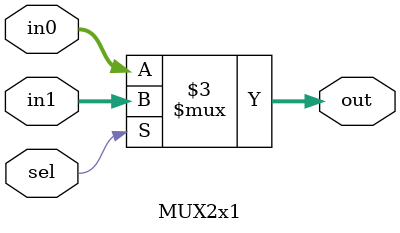
<source format=v>
module MUX2x1 (
    input wire sel,
    input wire [15:0] in0,
    input wire [15:0] in1,
    output reg [15:0] out
);

    always @(*) begin
        if (sel) begin
            out = in1;
        end else begin
            out = in0;
        end
    end
endmodule
</source>
